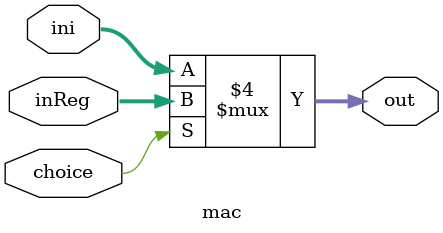
<source format=v>

module mac( //Mux of main ALU output accumulator data source
    inReg,
    ini,
    choice,
    out
);
    input[15:0] inReg;
    input[15:0] ini;
    input choice;
    output reg[15:0] out;

always@(*)
    if (choice == 1) begin
        out <= inReg;
    end else begin
        out <= ini;
    end
    
endmodule
</source>
